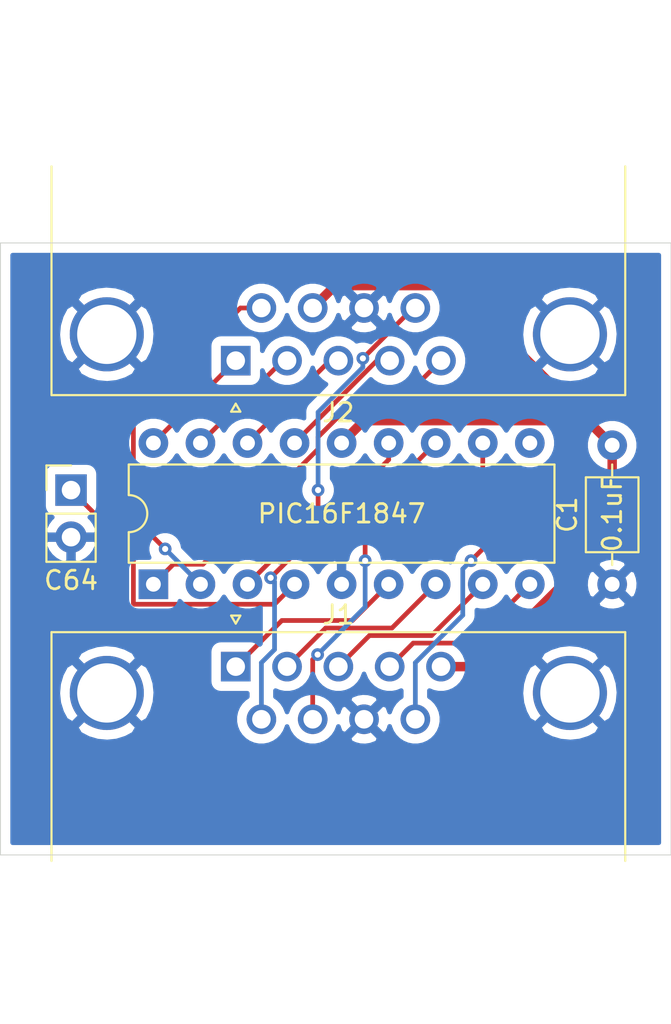
<source format=kicad_pcb>
(kicad_pcb (version 20171130) (host pcbnew "(5.1.9-0-10_14)")

  (general
    (thickness 1.6)
    (drawings 4)
    (tracks 78)
    (zones 0)
    (modules 5)
    (nets 19)
  )

  (page A4)
  (layers
    (0 F.Cu signal)
    (31 B.Cu signal)
    (36 B.SilkS user)
    (37 F.SilkS user)
    (38 B.Mask user)
    (39 F.Mask user)
    (41 Cmts.User user)
    (44 Edge.Cuts user)
    (45 Margin user)
    (46 B.CrtYd user)
    (47 F.CrtYd user)
    (49 F.Fab user)
  )

  (setup
    (last_trace_width 0.254)
    (user_trace_width 0.254)
    (user_trace_width 0.508)
    (trace_clearance 0.1524)
    (zone_clearance 0.508)
    (zone_45_only no)
    (trace_min 0.1524)
    (via_size 0.6858)
    (via_drill 0.3302)
    (via_min_size 0.508)
    (via_min_drill 0.254)
    (uvia_size 0.6858)
    (uvia_drill 0.3302)
    (uvias_allowed no)
    (uvia_min_size 0)
    (uvia_min_drill 0)
    (edge_width 0.05)
    (segment_width 0.2)
    (pcb_text_width 0.3)
    (pcb_text_size 1.5 1.5)
    (mod_edge_width 0.12)
    (mod_text_size 1 1)
    (mod_text_width 0.15)
    (pad_size 1.524 1.524)
    (pad_drill 0.762)
    (pad_to_mask_clearance 0.0508)
    (aux_axis_origin 0 0)
    (visible_elements FFFFFF7F)
    (pcbplotparams
      (layerselection 0x010fc_ffffffff)
      (usegerberextensions false)
      (usegerberattributes true)
      (usegerberadvancedattributes true)
      (creategerberjobfile true)
      (excludeedgelayer true)
      (linewidth 0.100000)
      (plotframeref false)
      (viasonmask false)
      (mode 1)
      (useauxorigin false)
      (hpglpennumber 1)
      (hpglpenspeed 20)
      (hpglpendiameter 15.000000)
      (psnegative false)
      (psa4output false)
      (plotreference true)
      (plotvalue true)
      (plotinvisibletext false)
      (padsonsilk false)
      (subtractmaskfromsilk false)
      (outputformat 1)
      (mirror false)
      (drillshape 1)
      (scaleselection 1)
      (outputdirectory ""))
  )

  (net 0 "")
  (net 1 "Net-(J1-Pad1)")
  (net 2 "Net-(J1-Pad2)")
  (net 3 "Net-(J1-Pad3)")
  (net 4 "Net-(J1-Pad4)")
  (net 5 "Net-(J1-Pad6)")
  (net 6 "Net-(J1-Pad7)")
  (net 7 "Net-(J1-Pad9)")
  (net 8 "Net-(J2-Pad1)")
  (net 9 "Net-(J2-Pad2)")
  (net 10 "Net-(J2-Pad3)")
  (net 11 "Net-(J2-Pad4)")
  (net 12 "Net-(J2-Pad5)")
  (net 13 "Net-(J2-Pad6)")
  (net 14 "Net-(J2-Pad9)")
  (net 15 "Net-(U1-Pad10)")
  (net 16 GND)
  (net 17 +5V)
  (net 18 "Net-(JP1-Pad1)")

  (net_class Default "This is the default net class."
    (clearance 0.1524)
    (trace_width 0.1524)
    (via_dia 0.6858)
    (via_drill 0.3302)
    (uvia_dia 0.6858)
    (uvia_drill 0.3302)
    (add_net +5V)
    (add_net GND)
    (add_net "Net-(J1-Pad1)")
    (add_net "Net-(J1-Pad2)")
    (add_net "Net-(J1-Pad3)")
    (add_net "Net-(J1-Pad4)")
    (add_net "Net-(J1-Pad6)")
    (add_net "Net-(J1-Pad7)")
    (add_net "Net-(J1-Pad9)")
    (add_net "Net-(J2-Pad1)")
    (add_net "Net-(J2-Pad2)")
    (add_net "Net-(J2-Pad3)")
    (add_net "Net-(J2-Pad4)")
    (add_net "Net-(J2-Pad5)")
    (add_net "Net-(J2-Pad6)")
    (add_net "Net-(J2-Pad9)")
    (add_net "Net-(JP1-Pad1)")
    (add_net "Net-(U1-Pad10)")
  )

  (module Connector_PinHeader_2.54mm:PinHeader_1x02_P2.54mm_Vertical (layer F.Cu) (tedit 59FED5CC) (tstamp 604FFCD7)
    (at 132.08 126.365)
    (descr "Through hole straight pin header, 1x02, 2.54mm pitch, single row")
    (tags "Through hole pin header THT 1x02 2.54mm single row")
    (path /60502D56)
    (fp_text reference JP1 (at 0 -2.33) (layer Cmts.User)
      (effects (font (size 1 1) (thickness 0.15)))
    )
    (fp_text value C64 (at 0 4.87) (layer F.SilkS)
      (effects (font (size 1 1) (thickness 0.15)))
    )
    (fp_text user %R (at 0 1.27 90) (layer F.Fab)
      (effects (font (size 1 1) (thickness 0.15)))
    )
    (fp_line (start -0.635 -1.27) (end 1.27 -1.27) (layer F.Fab) (width 0.1))
    (fp_line (start 1.27 -1.27) (end 1.27 3.81) (layer F.Fab) (width 0.1))
    (fp_line (start 1.27 3.81) (end -1.27 3.81) (layer F.Fab) (width 0.1))
    (fp_line (start -1.27 3.81) (end -1.27 -0.635) (layer F.Fab) (width 0.1))
    (fp_line (start -1.27 -0.635) (end -0.635 -1.27) (layer F.Fab) (width 0.1))
    (fp_line (start -1.33 3.87) (end 1.33 3.87) (layer F.SilkS) (width 0.12))
    (fp_line (start -1.33 1.27) (end -1.33 3.87) (layer F.SilkS) (width 0.12))
    (fp_line (start 1.33 1.27) (end 1.33 3.87) (layer F.SilkS) (width 0.12))
    (fp_line (start -1.33 1.27) (end 1.33 1.27) (layer F.SilkS) (width 0.12))
    (fp_line (start -1.33 0) (end -1.33 -1.33) (layer F.SilkS) (width 0.12))
    (fp_line (start -1.33 -1.33) (end 0 -1.33) (layer F.SilkS) (width 0.12))
    (fp_line (start -1.8 -1.8) (end -1.8 4.35) (layer F.CrtYd) (width 0.05))
    (fp_line (start -1.8 4.35) (end 1.8 4.35) (layer F.CrtYd) (width 0.05))
    (fp_line (start 1.8 4.35) (end 1.8 -1.8) (layer F.CrtYd) (width 0.05))
    (fp_line (start 1.8 -1.8) (end -1.8 -1.8) (layer F.CrtYd) (width 0.05))
    (pad 2 thru_hole oval (at 0 2.54) (size 1.7 1.7) (drill 1) (layers *.Cu *.Mask)
      (net 16 GND))
    (pad 1 thru_hole rect (at 0 0) (size 1.7 1.7) (drill 1) (layers *.Cu *.Mask)
      (net 18 "Net-(JP1-Pad1)"))
    (model ${KISYS3DMOD}/Connector_PinHeader_2.54mm.3dshapes/PinHeader_1x02_P2.54mm_Vertical.wrl
      (at (xyz 0 0 0))
      (scale (xyz 1 1 1))
      (rotate (xyz 0 0 0))
    )
  )

  (module Package_DIP:DIP-18_W7.62mm (layer F.Cu) (tedit 5A02E8C5) (tstamp 601EC46C)
    (at 136.525 131.445 90)
    (descr "18-lead though-hole mounted DIP package, row spacing 7.62 mm (300 mils)")
    (tags "THT DIP DIL PDIP 2.54mm 7.62mm 300mil")
    (path /601EB7C3)
    (fp_text reference U1 (at 3.81 -2.33 90) (layer Cmts.User)
      (effects (font (size 1 1) (thickness 0.15)))
    )
    (fp_text value PIC16F1847 (at 3.81 10.16 180) (layer F.SilkS)
      (effects (font (size 1 1) (thickness 0.15)))
    )
    (fp_line (start 8.7 -1.55) (end -1.1 -1.55) (layer F.CrtYd) (width 0.05))
    (fp_line (start 8.7 21.85) (end 8.7 -1.55) (layer F.CrtYd) (width 0.05))
    (fp_line (start -1.1 21.85) (end 8.7 21.85) (layer F.CrtYd) (width 0.05))
    (fp_line (start -1.1 -1.55) (end -1.1 21.85) (layer F.CrtYd) (width 0.05))
    (fp_line (start 6.46 -1.33) (end 4.81 -1.33) (layer F.SilkS) (width 0.12))
    (fp_line (start 6.46 21.65) (end 6.46 -1.33) (layer F.SilkS) (width 0.12))
    (fp_line (start 1.16 21.65) (end 6.46 21.65) (layer F.SilkS) (width 0.12))
    (fp_line (start 1.16 -1.33) (end 1.16 21.65) (layer F.SilkS) (width 0.12))
    (fp_line (start 2.81 -1.33) (end 1.16 -1.33) (layer F.SilkS) (width 0.12))
    (fp_line (start 0.635 -0.27) (end 1.635 -1.27) (layer F.Fab) (width 0.1))
    (fp_line (start 0.635 21.59) (end 0.635 -0.27) (layer F.Fab) (width 0.1))
    (fp_line (start 6.985 21.59) (end 0.635 21.59) (layer F.Fab) (width 0.1))
    (fp_line (start 6.985 -1.27) (end 6.985 21.59) (layer F.Fab) (width 0.1))
    (fp_line (start 1.635 -1.27) (end 6.985 -1.27) (layer F.Fab) (width 0.1))
    (fp_arc (start 3.81 -1.33) (end 2.81 -1.33) (angle -180) (layer F.SilkS) (width 0.12))
    (fp_text user %R (at 3.81 20.32 90) (layer F.Fab)
      (effects (font (size 1 1) (thickness 0.15)))
    )
    (pad 1 thru_hole rect (at 0 0 90) (size 1.6 1.6) (drill 0.8) (layers *.Cu *.Mask)
      (net 12 "Net-(J2-Pad5)"))
    (pad 10 thru_hole oval (at 7.62 20.32 90) (size 1.6 1.6) (drill 0.8) (layers *.Cu *.Mask)
      (net 15 "Net-(U1-Pad10)"))
    (pad 2 thru_hole oval (at 0 2.54 90) (size 1.6 1.6) (drill 0.8) (layers *.Cu *.Mask)
      (net 13 "Net-(J2-Pad6)"))
    (pad 11 thru_hole oval (at 7.62 17.78 90) (size 1.6 1.6) (drill 0.8) (layers *.Cu *.Mask)
      (net 7 "Net-(J1-Pad9)"))
    (pad 3 thru_hole oval (at 0 5.08 90) (size 1.6 1.6) (drill 0.8) (layers *.Cu *.Mask)
      (net 14 "Net-(J2-Pad9)"))
    (pad 12 thru_hole oval (at 7.62 15.24 90) (size 1.6 1.6) (drill 0.8) (layers *.Cu *.Mask)
      (net 6 "Net-(J1-Pad7)"))
    (pad 4 thru_hole oval (at 0 7.62 90) (size 1.6 1.6) (drill 0.8) (layers *.Cu *.Mask)
      (net 18 "Net-(JP1-Pad1)"))
    (pad 13 thru_hole oval (at 7.62 12.7 90) (size 1.6 1.6) (drill 0.8) (layers *.Cu *.Mask)
      (net 5 "Net-(J1-Pad6)"))
    (pad 5 thru_hole oval (at 0 10.16 90) (size 1.6 1.6) (drill 0.8) (layers *.Cu *.Mask)
      (net 16 GND))
    (pad 14 thru_hole oval (at 7.62 10.16 90) (size 1.6 1.6) (drill 0.8) (layers *.Cu *.Mask)
      (net 17 +5V))
    (pad 6 thru_hole oval (at 0 12.7 90) (size 1.6 1.6) (drill 0.8) (layers *.Cu *.Mask)
      (net 1 "Net-(J1-Pad1)"))
    (pad 15 thru_hole oval (at 7.62 7.62 90) (size 1.6 1.6) (drill 0.8) (layers *.Cu *.Mask)
      (net 11 "Net-(J2-Pad4)"))
    (pad 7 thru_hole oval (at 0 15.24 90) (size 1.6 1.6) (drill 0.8) (layers *.Cu *.Mask)
      (net 2 "Net-(J1-Pad2)"))
    (pad 16 thru_hole oval (at 7.62 5.08 90) (size 1.6 1.6) (drill 0.8) (layers *.Cu *.Mask)
      (net 10 "Net-(J2-Pad3)"))
    (pad 8 thru_hole oval (at 0 17.78 90) (size 1.6 1.6) (drill 0.8) (layers *.Cu *.Mask)
      (net 3 "Net-(J1-Pad3)"))
    (pad 17 thru_hole oval (at 7.62 2.54 90) (size 1.6 1.6) (drill 0.8) (layers *.Cu *.Mask)
      (net 9 "Net-(J2-Pad2)"))
    (pad 9 thru_hole oval (at 0 20.32 90) (size 1.6 1.6) (drill 0.8) (layers *.Cu *.Mask)
      (net 4 "Net-(J1-Pad4)"))
    (pad 18 thru_hole oval (at 7.62 0 90) (size 1.6 1.6) (drill 0.8) (layers *.Cu *.Mask)
      (net 8 "Net-(J2-Pad1)"))
    (model ${KISYS3DMOD}/Package_DIP.3dshapes/DIP-18_W7.62mm.wrl
      (at (xyz 0 0 0))
      (scale (xyz 1 1 1))
      (rotate (xyz 0 0 0))
    )
  )

  (module Connector_Dsub:DSUB-9_Female_Horizontal_P2.77x2.84mm_EdgePinOffset7.70mm_Housed_MountingHolesOffset9.12mm (layer F.Cu) (tedit 59FEDEE2) (tstamp 601EC40D)
    (at 140.97 119.38 180)
    (descr "9-pin D-Sub connector, horizontal/angled (90 deg), THT-mount, female, pitch 2.77x2.84mm, pin-PCB-offset 7.699999999999999mm, distance of mounting holes 25mm, distance of mounting holes to PCB edge 9.12mm, see https://disti-assets.s3.amazonaws.com/tonar/files/datasheets/16730.pdf")
    (tags "9-pin D-Sub connector horizontal angled 90deg THT female pitch 2.77x2.84mm pin-PCB-offset 7.699999999999999mm mounting-holes-distance 25mm mounting-hole-offset 25mm")
    (path /601EC4D9)
    (fp_text reference J2 (at -5.54 -2.8) (layer F.SilkS)
      (effects (font (size 1 1) (thickness 0.15)))
    )
    (fp_text value Atari (at -5.54 18.61) (layer F.Fab)
      (effects (font (size 1 1) (thickness 0.15)))
    )
    (fp_line (start 10.4 -2.35) (end -21.5 -2.35) (layer F.CrtYd) (width 0.05))
    (fp_line (start 10.4 17.65) (end 10.4 -2.35) (layer F.CrtYd) (width 0.05))
    (fp_line (start -21.5 17.65) (end 10.4 17.65) (layer F.CrtYd) (width 0.05))
    (fp_line (start -21.5 -2.35) (end -21.5 17.65) (layer F.CrtYd) (width 0.05))
    (fp_line (start 0 -2.321325) (end -0.25 -2.754338) (layer F.SilkS) (width 0.12))
    (fp_line (start 0.25 -2.754338) (end 0 -2.321325) (layer F.SilkS) (width 0.12))
    (fp_line (start -0.25 -2.754338) (end 0.25 -2.754338) (layer F.SilkS) (width 0.12))
    (fp_line (start 9.945 -1.86) (end 9.945 10.48) (layer F.SilkS) (width 0.12))
    (fp_line (start -21.025 -1.86) (end 9.945 -1.86) (layer F.SilkS) (width 0.12))
    (fp_line (start -21.025 10.48) (end -21.025 -1.86) (layer F.SilkS) (width 0.12))
    (fp_line (start 8.56 10.54) (end 8.56 1.42) (layer F.Fab) (width 0.1))
    (fp_line (start 5.36 10.54) (end 5.36 1.42) (layer F.Fab) (width 0.1))
    (fp_line (start -16.44 10.54) (end -16.44 1.42) (layer F.Fab) (width 0.1))
    (fp_line (start -19.64 10.54) (end -19.64 1.42) (layer F.Fab) (width 0.1))
    (fp_line (start 9.46 10.94) (end 4.46 10.94) (layer F.Fab) (width 0.1))
    (fp_line (start 9.46 15.94) (end 9.46 10.94) (layer F.Fab) (width 0.1))
    (fp_line (start 4.46 15.94) (end 9.46 15.94) (layer F.Fab) (width 0.1))
    (fp_line (start 4.46 10.94) (end 4.46 15.94) (layer F.Fab) (width 0.1))
    (fp_line (start -15.54 10.94) (end -20.54 10.94) (layer F.Fab) (width 0.1))
    (fp_line (start -15.54 15.94) (end -15.54 10.94) (layer F.Fab) (width 0.1))
    (fp_line (start -20.54 15.94) (end -15.54 15.94) (layer F.Fab) (width 0.1))
    (fp_line (start -20.54 10.94) (end -20.54 15.94) (layer F.Fab) (width 0.1))
    (fp_line (start 2.61 10.94) (end -13.69 10.94) (layer F.Fab) (width 0.1))
    (fp_line (start 2.61 17.11) (end 2.61 10.94) (layer F.Fab) (width 0.1))
    (fp_line (start -13.69 17.11) (end 2.61 17.11) (layer F.Fab) (width 0.1))
    (fp_line (start -13.69 10.94) (end -13.69 17.11) (layer F.Fab) (width 0.1))
    (fp_line (start 9.885 10.54) (end -20.965 10.54) (layer F.Fab) (width 0.1))
    (fp_line (start 9.885 10.94) (end 9.885 10.54) (layer F.Fab) (width 0.1))
    (fp_line (start -20.965 10.94) (end 9.885 10.94) (layer F.Fab) (width 0.1))
    (fp_line (start -20.965 10.54) (end -20.965 10.94) (layer F.Fab) (width 0.1))
    (fp_line (start 9.885 -1.8) (end -20.965 -1.8) (layer F.Fab) (width 0.1))
    (fp_line (start 9.885 10.54) (end 9.885 -1.8) (layer F.Fab) (width 0.1))
    (fp_line (start -20.965 10.54) (end 9.885 10.54) (layer F.Fab) (width 0.1))
    (fp_line (start -20.965 -1.8) (end -20.965 10.54) (layer F.Fab) (width 0.1))
    (fp_text user %R (at -5.54 14.025) (layer F.Fab)
      (effects (font (size 1 1) (thickness 0.15)))
    )
    (fp_arc (start 6.96 1.42) (end 5.36 1.42) (angle 180) (layer F.Fab) (width 0.1))
    (fp_arc (start -18.04 1.42) (end -19.64 1.42) (angle 180) (layer F.Fab) (width 0.1))
    (pad 0 thru_hole circle (at 6.96 1.42 180) (size 4 4) (drill 3.2) (layers *.Cu *.Mask)
      (net 16 GND))
    (pad 0 thru_hole circle (at -18.04 1.42 180) (size 4 4) (drill 3.2) (layers *.Cu *.Mask)
      (net 16 GND))
    (pad 9 thru_hole circle (at -9.695 2.84 180) (size 1.6 1.6) (drill 1) (layers *.Cu *.Mask)
      (net 14 "Net-(J2-Pad9)"))
    (pad 8 thru_hole circle (at -6.925 2.84 180) (size 1.6 1.6) (drill 1) (layers *.Cu *.Mask)
      (net 16 GND))
    (pad 7 thru_hole circle (at -4.155 2.84 180) (size 1.6 1.6) (drill 1) (layers *.Cu *.Mask)
      (net 17 +5V))
    (pad 6 thru_hole circle (at -1.385 2.84 180) (size 1.6 1.6) (drill 1) (layers *.Cu *.Mask)
      (net 13 "Net-(J2-Pad6)"))
    (pad 5 thru_hole circle (at -11.08 0 180) (size 1.6 1.6) (drill 1) (layers *.Cu *.Mask)
      (net 12 "Net-(J2-Pad5)"))
    (pad 4 thru_hole circle (at -8.31 0 180) (size 1.6 1.6) (drill 1) (layers *.Cu *.Mask)
      (net 11 "Net-(J2-Pad4)"))
    (pad 3 thru_hole circle (at -5.54 0 180) (size 1.6 1.6) (drill 1) (layers *.Cu *.Mask)
      (net 10 "Net-(J2-Pad3)"))
    (pad 2 thru_hole circle (at -2.77 0 180) (size 1.6 1.6) (drill 1) (layers *.Cu *.Mask)
      (net 9 "Net-(J2-Pad2)"))
    (pad 1 thru_hole rect (at 0 0 180) (size 1.6 1.6) (drill 1) (layers *.Cu *.Mask)
      (net 8 "Net-(J2-Pad1)"))
    (model ${KISYS3DMOD}/Connector_Dsub.3dshapes/DSUB-9_Female_Horizontal_P2.77x2.84mm_EdgePinOffset7.70mm_Housed_MountingHolesOffset9.12mm.wrl
      (at (xyz 0 0 0))
      (scale (xyz 1 1 1))
      (rotate (xyz 0 0 0))
    )
  )

  (module Connector_Dsub:DSUB-9_Male_Horizontal_P2.77x2.84mm_EdgePinOffset7.70mm_Housed_MountingHolesOffset9.12mm (layer F.Cu) (tedit 59FEDEE2) (tstamp 601EC3D9)
    (at 140.97 135.89)
    (descr "9-pin D-Sub connector, horizontal/angled (90 deg), THT-mount, male, pitch 2.77x2.84mm, pin-PCB-offset 7.699999999999999mm, distance of mounting holes 25mm, distance of mounting holes to PCB edge 9.12mm, see https://disti-assets.s3.amazonaws.com/tonar/files/datasheets/16730.pdf")
    (tags "9-pin D-Sub connector horizontal angled 90deg THT male pitch 2.77x2.84mm pin-PCB-offset 7.699999999999999mm mounting-holes-distance 25mm mounting-hole-offset 25mm")
    (path /601EDA30)
    (fp_text reference J1 (at 5.54 -2.8) (layer F.SilkS)
      (effects (font (size 1 1) (thickness 0.15)))
    )
    (fp_text value Sega (at 5.54 18.44) (layer F.Fab)
      (effects (font (size 1 1) (thickness 0.15)))
    )
    (fp_line (start 21.5 -2.35) (end -10.4 -2.35) (layer F.CrtYd) (width 0.05))
    (fp_line (start 21.5 17.45) (end 21.5 -2.35) (layer F.CrtYd) (width 0.05))
    (fp_line (start -10.4 17.45) (end 21.5 17.45) (layer F.CrtYd) (width 0.05))
    (fp_line (start -10.4 -2.35) (end -10.4 17.45) (layer F.CrtYd) (width 0.05))
    (fp_line (start 0 -2.321325) (end -0.25 -2.754338) (layer F.SilkS) (width 0.12))
    (fp_line (start 0.25 -2.754338) (end 0 -2.321325) (layer F.SilkS) (width 0.12))
    (fp_line (start -0.25 -2.754338) (end 0.25 -2.754338) (layer F.SilkS) (width 0.12))
    (fp_line (start 21.025 -1.86) (end 21.025 10.48) (layer F.SilkS) (width 0.12))
    (fp_line (start -9.945 -1.86) (end 21.025 -1.86) (layer F.SilkS) (width 0.12))
    (fp_line (start -9.945 10.48) (end -9.945 -1.86) (layer F.SilkS) (width 0.12))
    (fp_line (start 19.64 10.54) (end 19.64 1.42) (layer F.Fab) (width 0.1))
    (fp_line (start 16.44 10.54) (end 16.44 1.42) (layer F.Fab) (width 0.1))
    (fp_line (start -5.36 10.54) (end -5.36 1.42) (layer F.Fab) (width 0.1))
    (fp_line (start -8.56 10.54) (end -8.56 1.42) (layer F.Fab) (width 0.1))
    (fp_line (start 20.54 10.94) (end 15.54 10.94) (layer F.Fab) (width 0.1))
    (fp_line (start 20.54 15.94) (end 20.54 10.94) (layer F.Fab) (width 0.1))
    (fp_line (start 15.54 15.94) (end 20.54 15.94) (layer F.Fab) (width 0.1))
    (fp_line (start 15.54 10.94) (end 15.54 15.94) (layer F.Fab) (width 0.1))
    (fp_line (start -4.46 10.94) (end -9.46 10.94) (layer F.Fab) (width 0.1))
    (fp_line (start -4.46 15.94) (end -4.46 10.94) (layer F.Fab) (width 0.1))
    (fp_line (start -9.46 15.94) (end -4.46 15.94) (layer F.Fab) (width 0.1))
    (fp_line (start -9.46 10.94) (end -9.46 15.94) (layer F.Fab) (width 0.1))
    (fp_line (start 13.69 10.94) (end -2.61 10.94) (layer F.Fab) (width 0.1))
    (fp_line (start 13.69 16.94) (end 13.69 10.94) (layer F.Fab) (width 0.1))
    (fp_line (start -2.61 16.94) (end 13.69 16.94) (layer F.Fab) (width 0.1))
    (fp_line (start -2.61 10.94) (end -2.61 16.94) (layer F.Fab) (width 0.1))
    (fp_line (start 20.965 10.54) (end -9.885 10.54) (layer F.Fab) (width 0.1))
    (fp_line (start 20.965 10.94) (end 20.965 10.54) (layer F.Fab) (width 0.1))
    (fp_line (start -9.885 10.94) (end 20.965 10.94) (layer F.Fab) (width 0.1))
    (fp_line (start -9.885 10.54) (end -9.885 10.94) (layer F.Fab) (width 0.1))
    (fp_line (start 20.965 -1.8) (end -9.885 -1.8) (layer F.Fab) (width 0.1))
    (fp_line (start 20.965 10.54) (end 20.965 -1.8) (layer F.Fab) (width 0.1))
    (fp_line (start -9.885 10.54) (end 20.965 10.54) (layer F.Fab) (width 0.1))
    (fp_line (start -9.885 -1.8) (end -9.885 10.54) (layer F.Fab) (width 0.1))
    (fp_text user %R (at 5.54 13.94) (layer F.Fab)
      (effects (font (size 1 1) (thickness 0.15)))
    )
    (fp_arc (start 18.04 1.42) (end 16.44 1.42) (angle 180) (layer F.Fab) (width 0.1))
    (fp_arc (start -6.96 1.42) (end -8.56 1.42) (angle 180) (layer F.Fab) (width 0.1))
    (pad 0 thru_hole circle (at 18.04 1.42) (size 4 4) (drill 3.2) (layers *.Cu *.Mask)
      (net 16 GND))
    (pad 0 thru_hole circle (at -6.96 1.42) (size 4 4) (drill 3.2) (layers *.Cu *.Mask)
      (net 16 GND))
    (pad 9 thru_hole circle (at 9.695 2.84) (size 1.6 1.6) (drill 1) (layers *.Cu *.Mask)
      (net 7 "Net-(J1-Pad9)"))
    (pad 8 thru_hole circle (at 6.925 2.84) (size 1.6 1.6) (drill 1) (layers *.Cu *.Mask)
      (net 16 GND))
    (pad 7 thru_hole circle (at 4.155 2.84) (size 1.6 1.6) (drill 1) (layers *.Cu *.Mask)
      (net 6 "Net-(J1-Pad7)"))
    (pad 6 thru_hole circle (at 1.385 2.84) (size 1.6 1.6) (drill 1) (layers *.Cu *.Mask)
      (net 5 "Net-(J1-Pad6)"))
    (pad 5 thru_hole circle (at 11.08 0) (size 1.6 1.6) (drill 1) (layers *.Cu *.Mask)
      (net 17 +5V))
    (pad 4 thru_hole circle (at 8.31 0) (size 1.6 1.6) (drill 1) (layers *.Cu *.Mask)
      (net 4 "Net-(J1-Pad4)"))
    (pad 3 thru_hole circle (at 5.54 0) (size 1.6 1.6) (drill 1) (layers *.Cu *.Mask)
      (net 3 "Net-(J1-Pad3)"))
    (pad 2 thru_hole circle (at 2.77 0) (size 1.6 1.6) (drill 1) (layers *.Cu *.Mask)
      (net 2 "Net-(J1-Pad2)"))
    (pad 1 thru_hole rect (at 0 0) (size 1.6 1.6) (drill 1) (layers *.Cu *.Mask)
      (net 1 "Net-(J1-Pad1)"))
    (model ${KISYS3DMOD}/Connector_Dsub.3dshapes/DSUB-9_Male_Horizontal_P2.77x2.84mm_EdgePinOffset7.70mm_Housed_MountingHolesOffset9.12mm.wrl
      (at (xyz 0 0 0))
      (scale (xyz 1 1 1))
      (rotate (xyz 0 0 0))
    )
  )

  (module Capacitor_THT:C_Axial_L3.8mm_D2.6mm_P7.50mm_Horizontal (layer F.Cu) (tedit 5AE50EF0) (tstamp 601ECBE7)
    (at 161.29 131.445 90)
    (descr "C, Axial series, Axial, Horizontal, pin pitch=7.5mm, , length*diameter=3.8*2.6mm^2, http://www.vishay.com/docs/45231/arseries.pdf")
    (tags "C Axial series Axial Horizontal pin pitch 7.5mm  length 3.8mm diameter 2.6mm")
    (path /601532C7)
    (fp_text reference C1 (at 3.75 -2.42 90) (layer F.SilkS)
      (effects (font (size 1 1) (thickness 0.15)))
    )
    (fp_text value 0.1uF (at 3.81 0 90) (layer F.SilkS)
      (effects (font (size 1 1) (thickness 0.15)))
    )
    (fp_line (start 8.55 -1.55) (end -1.05 -1.55) (layer F.CrtYd) (width 0.05))
    (fp_line (start 8.55 1.55) (end 8.55 -1.55) (layer F.CrtYd) (width 0.05))
    (fp_line (start -1.05 1.55) (end 8.55 1.55) (layer F.CrtYd) (width 0.05))
    (fp_line (start -1.05 -1.55) (end -1.05 1.55) (layer F.CrtYd) (width 0.05))
    (fp_line (start 6.46 0) (end 5.77 0) (layer F.SilkS) (width 0.12))
    (fp_line (start 1.04 0) (end 1.73 0) (layer F.SilkS) (width 0.12))
    (fp_line (start 5.77 -1.42) (end 1.73 -1.42) (layer F.SilkS) (width 0.12))
    (fp_line (start 5.77 1.42) (end 5.77 -1.42) (layer F.SilkS) (width 0.12))
    (fp_line (start 1.73 1.42) (end 5.77 1.42) (layer F.SilkS) (width 0.12))
    (fp_line (start 1.73 -1.42) (end 1.73 1.42) (layer F.SilkS) (width 0.12))
    (fp_line (start 7.5 0) (end 5.65 0) (layer F.Fab) (width 0.1))
    (fp_line (start 0 0) (end 1.85 0) (layer F.Fab) (width 0.1))
    (fp_line (start 5.65 -1.3) (end 1.85 -1.3) (layer F.Fab) (width 0.1))
    (fp_line (start 5.65 1.3) (end 5.65 -1.3) (layer F.Fab) (width 0.1))
    (fp_line (start 1.85 1.3) (end 5.65 1.3) (layer F.Fab) (width 0.1))
    (fp_line (start 1.85 -1.3) (end 1.85 1.3) (layer F.Fab) (width 0.1))
    (fp_text user %R (at 3.75 0) (layer F.Fab)
      (effects (font (size 0.76 0.76) (thickness 0.114)))
    )
    (pad 1 thru_hole circle (at 0 0 90) (size 1.6 1.6) (drill 0.8) (layers *.Cu *.Mask)
      (net 16 GND))
    (pad 2 thru_hole oval (at 7.5 0 90) (size 1.6 1.6) (drill 0.8) (layers *.Cu *.Mask)
      (net 17 +5V))
    (model ${KISYS3DMOD}/Capacitor_THT.3dshapes/C_Axial_L3.8mm_D2.6mm_P7.50mm_Horizontal.wrl
      (at (xyz 0 0 0))
      (scale (xyz 1 1 1))
      (rotate (xyz 0 0 0))
    )
  )

  (gr_line (start 164.465 146.05) (end 164.465 113.03) (layer Edge.Cuts) (width 0.05) (tstamp 6050039A))
  (gr_line (start 128.27 113.03) (end 128.27 146.05) (layer Edge.Cuts) (width 0.05) (tstamp 60500399))
  (gr_line (start 128.27 113.03) (end 164.465 113.03) (layer Edge.Cuts) (width 0.05))
  (gr_line (start 164.465 146.05) (end 128.27 146.05) (layer Edge.Cuts) (width 0.05) (tstamp 604E063F))

  (segment (start 147.26923 133.40077) (end 149.225 131.445) (width 0.254) (layer F.Cu) (net 1))
  (segment (start 143.45923 133.40077) (end 147.26923 133.40077) (width 0.254) (layer F.Cu) (net 1))
  (segment (start 140.97 135.89) (end 143.45923 133.40077) (width 0.254) (layer F.Cu) (net 1))
  (segment (start 149.40282 133.80718) (end 151.765 131.445) (width 0.254) (layer F.Cu) (net 2))
  (segment (start 145.82282 133.80718) (end 149.40282 133.80718) (width 0.254) (layer F.Cu) (net 2))
  (segment (start 143.74 135.89) (end 145.82282 133.80718) (width 0.254) (layer F.Cu) (net 2))
  (segment (start 151.53641 134.21359) (end 154.305 131.445) (width 0.254) (layer F.Cu) (net 3))
  (segment (start 148.18641 134.21359) (end 151.53641 134.21359) (width 0.254) (layer F.Cu) (net 3))
  (segment (start 146.51 135.89) (end 148.18641 134.21359) (width 0.254) (layer F.Cu) (net 3))
  (segment (start 149.28 135.89) (end 150.55 134.62) (width 0.254) (layer F.Cu) (net 4))
  (segment (start 153.67 134.62) (end 156.845 131.445) (width 0.254) (layer F.Cu) (net 4))
  (segment (start 150.55 134.62) (end 153.67 134.62) (width 0.254) (layer F.Cu) (net 4))
  (segment (start 142.355 135.677486) (end 143.065599 134.966887) (width 0.254) (layer B.Cu) (net 5))
  (segment (start 142.355 138.73) (end 142.355 135.677486) (width 0.254) (layer B.Cu) (net 5))
  (via (at 142.852575 131.096624) (size 0.6858) (drill 0.3302) (layers F.Cu B.Cu) (net 5))
  (segment (start 143.065599 131.309648) (end 142.852575 131.096624) (width 0.254) (layer B.Cu) (net 5))
  (segment (start 143.065599 134.966887) (end 143.065599 131.309648) (width 0.254) (layer B.Cu) (net 5))
  (segment (start 149.225 124.724199) (end 149.225 123.825) (width 0.254) (layer F.Cu) (net 5))
  (segment (start 142.852575 131.096624) (end 149.225 124.724199) (width 0.254) (layer F.Cu) (net 5))
  (segment (start 145.125 135.50468) (end 145.389479 135.240201) (width 0.254) (layer F.Cu) (net 6))
  (via (at 145.389479 135.240201) (size 0.6858) (drill 0.3302) (layers F.Cu B.Cu) (net 6))
  (segment (start 145.125 138.73) (end 145.125 135.50468) (width 0.254) (layer F.Cu) (net 6))
  (segment (start 147.955 132.67468) (end 147.955 130.175) (width 0.254) (layer B.Cu) (net 6))
  (via (at 147.955 130.175) (size 0.6858) (drill 0.3302) (layers F.Cu B.Cu) (net 6))
  (segment (start 145.389479 135.240201) (end 147.955 132.67468) (width 0.254) (layer B.Cu) (net 6))
  (segment (start 147.955 127.635) (end 151.765 123.825) (width 0.254) (layer F.Cu) (net 6))
  (segment (start 147.955 130.175) (end 147.955 127.635) (width 0.254) (layer F.Cu) (net 6))
  (segment (start 150.665 135.677486) (end 153.225599 133.116887) (width 0.254) (layer B.Cu) (net 7))
  (segment (start 150.665 138.73) (end 150.665 135.677486) (width 0.254) (layer B.Cu) (net 7))
  (segment (start 153.225599 133.116887) (end 153.225599 130.619401) (width 0.254) (layer B.Cu) (net 7))
  (via (at 153.67 130.175) (size 0.6858) (drill 0.3302) (layers F.Cu B.Cu) (net 7))
  (segment (start 153.225599 130.619401) (end 153.67 130.175) (width 0.254) (layer B.Cu) (net 7))
  (segment (start 154.305 129.54) (end 154.305 123.825) (width 0.254) (layer F.Cu) (net 7))
  (segment (start 153.67 130.175) (end 154.305 129.54) (width 0.254) (layer F.Cu) (net 7))
  (segment (start 140.97 119.38) (end 136.525 123.825) (width 0.254) (layer F.Cu) (net 8))
  (segment (start 143.51 119.38) (end 143.74 119.38) (width 0.254) (layer F.Cu) (net 9))
  (segment (start 139.065 123.825) (end 143.51 119.38) (width 0.254) (layer F.Cu) (net 9))
  (segment (start 146.05 119.38) (end 146.51 119.38) (width 0.254) (layer F.Cu) (net 10))
  (segment (start 141.605 123.825) (end 146.05 119.38) (width 0.254) (layer F.Cu) (net 10))
  (segment (start 148.59 119.38) (end 149.28 119.38) (width 0.254) (layer F.Cu) (net 11))
  (segment (start 144.145 123.825) (end 148.59 119.38) (width 0.254) (layer F.Cu) (net 11))
  (segment (start 139.201915 130.365599) (end 137.604401 130.365599) (width 0.254) (layer F.Cu) (net 12))
  (segment (start 145.415 124.152514) (end 139.201915 130.365599) (width 0.254) (layer F.Cu) (net 12))
  (segment (start 137.604401 130.365599) (end 136.525 131.445) (width 0.254) (layer F.Cu) (net 12))
  (segment (start 145.415 123.497486) (end 145.415 124.152514) (width 0.254) (layer F.Cu) (net 12))
  (segment (start 146.827297 122.085189) (end 145.415 123.497486) (width 0.254) (layer F.Cu) (net 12))
  (segment (start 149.344811 122.085189) (end 146.827297 122.085189) (width 0.254) (layer F.Cu) (net 12))
  (segment (start 152.05 119.38) (end 149.344811 122.085189) (width 0.254) (layer F.Cu) (net 12))
  (segment (start 137.795 130.175) (end 139.065 131.445) (width 0.254) (layer B.Cu) (net 13))
  (via (at 137.16 129.54) (size 0.6858) (drill 0.3302) (layers F.Cu B.Cu) (net 13))
  (segment (start 137.795 130.175) (end 137.16 129.54) (width 0.254) (layer B.Cu) (net 13))
  (segment (start 135.445599 127.825599) (end 135.445599 122.318031) (width 0.254) (layer F.Cu) (net 13))
  (segment (start 141.22363 116.54) (end 142.355 116.54) (width 0.254) (layer F.Cu) (net 13))
  (segment (start 135.445599 122.318031) (end 141.22363 116.54) (width 0.254) (layer F.Cu) (net 13))
  (segment (start 137.16 129.54) (end 135.445599 127.825599) (width 0.254) (layer F.Cu) (net 13))
  (via (at 147.832467 119.257467) (size 0.6858) (drill 0.3302) (layers F.Cu B.Cu) (net 14))
  (segment (start 150.549934 116.54) (end 147.832467 119.257467) (width 0.254) (layer F.Cu) (net 14))
  (segment (start 150.665 116.54) (end 150.549934 116.54) (width 0.254) (layer F.Cu) (net 14))
  (via (at 145.415 126.365) (size 0.6858) (drill 0.3302) (layers F.Cu B.Cu) (net 14))
  (segment (start 145.415 122.159867) (end 145.415 126.365) (width 0.254) (layer B.Cu) (net 14))
  (segment (start 147.832467 119.7424) (end 145.415 122.159867) (width 0.254) (layer B.Cu) (net 14))
  (segment (start 147.832467 119.257467) (end 147.832467 119.7424) (width 0.254) (layer B.Cu) (net 14))
  (segment (start 145.415 127.635) (end 141.605 131.445) (width 0.254) (layer F.Cu) (net 14))
  (segment (start 145.415 126.365) (end 145.415 127.635) (width 0.254) (layer F.Cu) (net 14))
  (segment (start 161.29 128.785474) (end 161.29 123.945) (width 0.508) (layer F.Cu) (net 17))
  (segment (start 154.185474 135.89) (end 161.29 128.785474) (width 0.508) (layer F.Cu) (net 17))
  (segment (start 152.05 135.89) (end 154.185474 135.89) (width 0.508) (layer F.Cu) (net 17))
  (segment (start 147.891401 122.618599) (end 146.685 123.825) (width 0.508) (layer F.Cu) (net 17))
  (segment (start 159.963599 122.618599) (end 147.891401 122.618599) (width 0.508) (layer F.Cu) (net 17))
  (segment (start 161.29 123.945) (end 159.963599 122.618599) (width 0.508) (layer F.Cu) (net 17))
  (segment (start 152.678599 115.333599) (end 161.29 123.945) (width 0.508) (layer F.Cu) (net 17))
  (segment (start 146.331401 115.333599) (end 152.678599 115.333599) (width 0.508) (layer F.Cu) (net 17))
  (segment (start 145.125 116.54) (end 146.331401 115.333599) (width 0.508) (layer F.Cu) (net 17))
  (segment (start 143.065599 132.524401) (end 144.145 131.445) (width 0.254) (layer F.Cu) (net 18))
  (segment (start 135.445599 129.730599) (end 135.445599 132.468521) (width 0.254) (layer F.Cu) (net 18))
  (segment (start 135.501479 132.524401) (end 143.065599 132.524401) (width 0.254) (layer F.Cu) (net 18))
  (segment (start 135.445599 132.468521) (end 135.501479 132.524401) (width 0.254) (layer F.Cu) (net 18))
  (segment (start 132.08 126.365) (end 135.445599 129.730599) (width 0.254) (layer F.Cu) (net 18))

  (zone (net 16) (net_name GND) (layer B.Cu) (tstamp 60500408) (hatch edge 0.508)
    (connect_pads (clearance 0.508))
    (min_thickness 0.254)
    (fill yes (arc_segments 32) (thermal_gap 0.508) (thermal_bridge_width 0.508))
    (polygon
      (pts
        (xy 164.465 146.05) (xy 128.27 146.05) (xy 128.27 113.03) (xy 164.465 113.03)
      )
    )
    (filled_polygon
      (pts
        (xy 163.805 145.39) (xy 128.93 145.39) (xy 128.93 139.157499) (xy 132.342106 139.157499) (xy 132.558228 139.524258)
        (xy 133.018105 139.764938) (xy 133.516098 139.911275) (xy 134.033071 139.957648) (xy 134.549159 139.902273) (xy 135.044526 139.747279)
        (xy 135.461772 139.524258) (xy 135.677894 139.157499) (xy 134.01 137.489605) (xy 132.342106 139.157499) (xy 128.93 139.157499)
        (xy 128.93 137.333071) (xy 131.362352 137.333071) (xy 131.417727 137.849159) (xy 131.572721 138.344526) (xy 131.795742 138.761772)
        (xy 132.162501 138.977894) (xy 133.830395 137.31) (xy 134.189605 137.31) (xy 135.857499 138.977894) (xy 136.224258 138.761772)
        (xy 136.464938 138.301895) (xy 136.611275 137.803902) (xy 136.657648 137.286929) (xy 136.602273 136.770841) (xy 136.447279 136.275474)
        (xy 136.224258 135.858228) (xy 135.857499 135.642106) (xy 134.189605 137.31) (xy 133.830395 137.31) (xy 132.162501 135.642106)
        (xy 131.795742 135.858228) (xy 131.555062 136.318105) (xy 131.408725 136.816098) (xy 131.362352 137.333071) (xy 128.93 137.333071)
        (xy 128.93 135.462501) (xy 132.342106 135.462501) (xy 134.01 137.130395) (xy 135.677894 135.462501) (xy 135.461772 135.095742)
        (xy 135.001895 134.855062) (xy 134.503902 134.708725) (xy 133.986929 134.662352) (xy 133.470841 134.717727) (xy 132.975474 134.872721)
        (xy 132.558228 135.095742) (xy 132.342106 135.462501) (xy 128.93 135.462501) (xy 128.93 130.645) (xy 135.086928 130.645)
        (xy 135.086928 132.245) (xy 135.099188 132.369482) (xy 135.135498 132.48918) (xy 135.194463 132.599494) (xy 135.273815 132.696185)
        (xy 135.370506 132.775537) (xy 135.48082 132.834502) (xy 135.600518 132.870812) (xy 135.725 132.883072) (xy 137.325 132.883072)
        (xy 137.449482 132.870812) (xy 137.56918 132.834502) (xy 137.679494 132.775537) (xy 137.776185 132.696185) (xy 137.855537 132.599494)
        (xy 137.914502 132.48918) (xy 137.950812 132.369482) (xy 137.951643 132.361039) (xy 138.150241 132.559637) (xy 138.385273 132.71668)
        (xy 138.646426 132.824853) (xy 138.923665 132.88) (xy 139.206335 132.88) (xy 139.483574 132.824853) (xy 139.744727 132.71668)
        (xy 139.979759 132.559637) (xy 140.179637 132.359759) (xy 140.335 132.127241) (xy 140.490363 132.359759) (xy 140.690241 132.559637)
        (xy 140.925273 132.71668) (xy 141.186426 132.824853) (xy 141.463665 132.88) (xy 141.746335 132.88) (xy 142.023574 132.824853)
        (xy 142.284727 132.71668) (xy 142.3036 132.70407) (xy 142.303599 134.651256) (xy 142.263941 134.690914) (xy 142.221185 134.638815)
        (xy 142.124494 134.559463) (xy 142.01418 134.500498) (xy 141.894482 134.464188) (xy 141.77 134.451928) (xy 140.17 134.451928)
        (xy 140.045518 134.464188) (xy 139.92582 134.500498) (xy 139.815506 134.559463) (xy 139.718815 134.638815) (xy 139.639463 134.735506)
        (xy 139.580498 134.84582) (xy 139.544188 134.965518) (xy 139.531928 135.09) (xy 139.531928 136.69) (xy 139.544188 136.814482)
        (xy 139.580498 136.93418) (xy 139.639463 137.044494) (xy 139.718815 137.141185) (xy 139.815506 137.220537) (xy 139.92582 137.279502)
        (xy 140.045518 137.315812) (xy 140.17 137.328072) (xy 141.593 137.328072) (xy 141.593 137.513293) (xy 141.440241 137.615363)
        (xy 141.240363 137.815241) (xy 141.08332 138.050273) (xy 140.975147 138.311426) (xy 140.92 138.588665) (xy 140.92 138.871335)
        (xy 140.975147 139.148574) (xy 141.08332 139.409727) (xy 141.240363 139.644759) (xy 141.440241 139.844637) (xy 141.675273 140.00168)
        (xy 141.936426 140.109853) (xy 142.213665 140.165) (xy 142.496335 140.165) (xy 142.773574 140.109853) (xy 143.034727 140.00168)
        (xy 143.269759 139.844637) (xy 143.469637 139.644759) (xy 143.62668 139.409727) (xy 143.734853 139.148574) (xy 143.74 139.122699)
        (xy 143.745147 139.148574) (xy 143.85332 139.409727) (xy 144.010363 139.644759) (xy 144.210241 139.844637) (xy 144.445273 140.00168)
        (xy 144.706426 140.109853) (xy 144.983665 140.165) (xy 145.266335 140.165) (xy 145.543574 140.109853) (xy 145.804727 140.00168)
        (xy 146.039759 139.844637) (xy 146.161694 139.722702) (xy 147.081903 139.722702) (xy 147.153486 139.966671) (xy 147.408996 140.087571)
        (xy 147.683184 140.1563) (xy 147.965512 140.170217) (xy 148.24513 140.128787) (xy 148.511292 140.033603) (xy 148.636514 139.966671)
        (xy 148.708097 139.722702) (xy 147.895 138.909605) (xy 147.081903 139.722702) (xy 146.161694 139.722702) (xy 146.239637 139.644759)
        (xy 146.39668 139.409727) (xy 146.504853 139.148574) (xy 146.510513 139.120118) (xy 146.591397 139.346292) (xy 146.658329 139.471514)
        (xy 146.902298 139.543097) (xy 147.715395 138.73) (xy 146.902298 137.916903) (xy 146.658329 137.988486) (xy 146.537429 138.243996)
        (xy 146.511788 138.346289) (xy 146.504853 138.311426) (xy 146.39668 138.050273) (xy 146.239637 137.815241) (xy 146.161694 137.737298)
        (xy 147.081903 137.737298) (xy 147.895 138.550395) (xy 148.708097 137.737298) (xy 148.636514 137.493329) (xy 148.381004 137.372429)
        (xy 148.106816 137.3037) (xy 147.824488 137.289783) (xy 147.54487 137.331213) (xy 147.278708 137.426397) (xy 147.153486 137.493329)
        (xy 147.081903 137.737298) (xy 146.161694 137.737298) (xy 146.039759 137.615363) (xy 145.804727 137.45832) (xy 145.543574 137.350147)
        (xy 145.266335 137.295) (xy 144.983665 137.295) (xy 144.706426 137.350147) (xy 144.445273 137.45832) (xy 144.210241 137.615363)
        (xy 144.010363 137.815241) (xy 143.85332 138.050273) (xy 143.745147 138.311426) (xy 143.74 138.337301) (xy 143.734853 138.311426)
        (xy 143.62668 138.050273) (xy 143.469637 137.815241) (xy 143.269759 137.615363) (xy 143.117 137.513293) (xy 143.117 137.185177)
        (xy 143.321426 137.269853) (xy 143.598665 137.325) (xy 143.881335 137.325) (xy 144.158574 137.269853) (xy 144.419727 137.16168)
        (xy 144.654759 137.004637) (xy 144.854637 136.804759) (xy 145.01168 136.569727) (xy 145.119853 136.308574) (xy 145.125 136.282699)
        (xy 145.130147 136.308574) (xy 145.23832 136.569727) (xy 145.395363 136.804759) (xy 145.595241 137.004637) (xy 145.830273 137.16168)
        (xy 146.091426 137.269853) (xy 146.368665 137.325) (xy 146.651335 137.325) (xy 146.928574 137.269853) (xy 147.189727 137.16168)
        (xy 147.424759 137.004637) (xy 147.624637 136.804759) (xy 147.78168 136.569727) (xy 147.889853 136.308574) (xy 147.895 136.282699)
        (xy 147.900147 136.308574) (xy 148.00832 136.569727) (xy 148.165363 136.804759) (xy 148.365241 137.004637) (xy 148.600273 137.16168)
        (xy 148.861426 137.269853) (xy 149.138665 137.325) (xy 149.421335 137.325) (xy 149.698574 137.269853) (xy 149.903001 137.185177)
        (xy 149.903 137.513293) (xy 149.750241 137.615363) (xy 149.550363 137.815241) (xy 149.39332 138.050273) (xy 149.285147 138.311426)
        (xy 149.279487 138.339882) (xy 149.198603 138.113708) (xy 149.131671 137.988486) (xy 148.887702 137.916903) (xy 148.074605 138.73)
        (xy 148.887702 139.543097) (xy 149.131671 139.471514) (xy 149.252571 139.216004) (xy 149.278212 139.113711) (xy 149.285147 139.148574)
        (xy 149.39332 139.409727) (xy 149.550363 139.644759) (xy 149.750241 139.844637) (xy 149.985273 140.00168) (xy 150.246426 140.109853)
        (xy 150.523665 140.165) (xy 150.806335 140.165) (xy 151.083574 140.109853) (xy 151.344727 140.00168) (xy 151.579759 139.844637)
        (xy 151.779637 139.644759) (xy 151.93668 139.409727) (xy 152.041156 139.157499) (xy 157.342106 139.157499) (xy 157.558228 139.524258)
        (xy 158.018105 139.764938) (xy 158.516098 139.911275) (xy 159.033071 139.957648) (xy 159.549159 139.902273) (xy 160.044526 139.747279)
        (xy 160.461772 139.524258) (xy 160.677894 139.157499) (xy 159.01 137.489605) (xy 157.342106 139.157499) (xy 152.041156 139.157499)
        (xy 152.044853 139.148574) (xy 152.1 138.871335) (xy 152.1 138.588665) (xy 152.044853 138.311426) (xy 151.93668 138.050273)
        (xy 151.779637 137.815241) (xy 151.579759 137.615363) (xy 151.427 137.513293) (xy 151.427 137.333071) (xy 156.362352 137.333071)
        (xy 156.417727 137.849159) (xy 156.572721 138.344526) (xy 156.795742 138.761772) (xy 157.162501 138.977894) (xy 158.830395 137.31)
        (xy 159.189605 137.31) (xy 160.857499 138.977894) (xy 161.224258 138.761772) (xy 161.464938 138.301895) (xy 161.611275 137.803902)
        (xy 161.657648 137.286929) (xy 161.602273 136.770841) (xy 161.447279 136.275474) (xy 161.224258 135.858228) (xy 160.857499 135.642106)
        (xy 159.189605 137.31) (xy 158.830395 137.31) (xy 157.162501 135.642106) (xy 156.795742 135.858228) (xy 156.555062 136.318105)
        (xy 156.408725 136.816098) (xy 156.362352 137.333071) (xy 151.427 137.333071) (xy 151.427 137.185177) (xy 151.631426 137.269853)
        (xy 151.908665 137.325) (xy 152.191335 137.325) (xy 152.468574 137.269853) (xy 152.729727 137.16168) (xy 152.964759 137.004637)
        (xy 153.164637 136.804759) (xy 153.32168 136.569727) (xy 153.429853 136.308574) (xy 153.485 136.031335) (xy 153.485 135.748665)
        (xy 153.429853 135.471426) (xy 153.426157 135.462501) (xy 157.342106 135.462501) (xy 159.01 137.130395) (xy 160.677894 135.462501)
        (xy 160.461772 135.095742) (xy 160.001895 134.855062) (xy 159.503902 134.708725) (xy 158.986929 134.662352) (xy 158.470841 134.717727)
        (xy 157.975474 134.872721) (xy 157.558228 135.095742) (xy 157.342106 135.462501) (xy 153.426157 135.462501) (xy 153.32168 135.210273)
        (xy 153.164637 134.975241) (xy 152.964759 134.775363) (xy 152.77293 134.647187) (xy 153.737952 133.682165) (xy 153.767021 133.658309)
        (xy 153.794371 133.624983) (xy 153.862244 133.54228) (xy 153.900064 133.471523) (xy 153.933001 133.409902) (xy 153.976573 133.266265)
        (xy 153.987599 133.154313) (xy 153.987599 133.15431) (xy 153.991285 133.116887) (xy 153.987599 133.079464) (xy 153.987599 132.844978)
        (xy 154.163665 132.88) (xy 154.446335 132.88) (xy 154.723574 132.824853) (xy 154.984727 132.71668) (xy 155.219759 132.559637)
        (xy 155.419637 132.359759) (xy 155.575 132.127241) (xy 155.730363 132.359759) (xy 155.930241 132.559637) (xy 156.165273 132.71668)
        (xy 156.426426 132.824853) (xy 156.703665 132.88) (xy 156.986335 132.88) (xy 157.263574 132.824853) (xy 157.524727 132.71668)
        (xy 157.759759 132.559637) (xy 157.881694 132.437702) (xy 160.476903 132.437702) (xy 160.548486 132.681671) (xy 160.803996 132.802571)
        (xy 161.078184 132.8713) (xy 161.360512 132.885217) (xy 161.64013 132.843787) (xy 161.906292 132.748603) (xy 162.031514 132.681671)
        (xy 162.103097 132.437702) (xy 161.29 131.624605) (xy 160.476903 132.437702) (xy 157.881694 132.437702) (xy 157.959637 132.359759)
        (xy 158.11668 132.124727) (xy 158.224853 131.863574) (xy 158.28 131.586335) (xy 158.28 131.515512) (xy 159.849783 131.515512)
        (xy 159.891213 131.79513) (xy 159.986397 132.061292) (xy 160.053329 132.186514) (xy 160.297298 132.258097) (xy 161.110395 131.445)
        (xy 161.469605 131.445) (xy 162.282702 132.258097) (xy 162.526671 132.186514) (xy 162.647571 131.931004) (xy 162.7163 131.656816)
        (xy 162.730217 131.374488) (xy 162.688787 131.09487) (xy 162.593603 130.828708) (xy 162.526671 130.703486) (xy 162.282702 130.631903)
        (xy 161.469605 131.445) (xy 161.110395 131.445) (xy 160.297298 130.631903) (xy 160.053329 130.703486) (xy 159.932429 130.958996)
        (xy 159.8637 131.233184) (xy 159.849783 131.515512) (xy 158.28 131.515512) (xy 158.28 131.303665) (xy 158.224853 131.026426)
        (xy 158.11668 130.765273) (xy 157.959637 130.530241) (xy 157.881694 130.452298) (xy 160.476903 130.452298) (xy 161.29 131.265395)
        (xy 162.103097 130.452298) (xy 162.031514 130.208329) (xy 161.776004 130.087429) (xy 161.501816 130.0187) (xy 161.219488 130.004783)
        (xy 160.93987 130.046213) (xy 160.673708 130.141397) (xy 160.548486 130.208329) (xy 160.476903 130.452298) (xy 157.881694 130.452298)
        (xy 157.759759 130.330363) (xy 157.524727 130.17332) (xy 157.263574 130.065147) (xy 156.986335 130.01) (xy 156.703665 130.01)
        (xy 156.426426 130.065147) (xy 156.165273 130.17332) (xy 155.930241 130.330363) (xy 155.730363 130.530241) (xy 155.575 130.762759)
        (xy 155.419637 130.530241) (xy 155.219759 130.330363) (xy 154.984727 130.17332) (xy 154.723574 130.065147) (xy 154.641979 130.048916)
        (xy 154.61032 129.889757) (xy 154.536604 129.71179) (xy 154.429585 129.551625) (xy 154.293375 129.415415) (xy 154.13321 129.308396)
        (xy 153.955243 129.23468) (xy 153.766315 129.1971) (xy 153.573685 129.1971) (xy 153.384757 129.23468) (xy 153.20679 129.308396)
        (xy 153.046625 129.415415) (xy 152.910415 129.551625) (xy 152.803396 129.71179) (xy 152.72968 129.889757) (xy 152.693813 130.070072)
        (xy 152.684178 130.077979) (xy 152.660321 130.107049) (xy 152.66032 130.10705) (xy 152.588954 130.194009) (xy 152.559148 130.249773)
        (xy 152.444727 130.17332) (xy 152.183574 130.065147) (xy 151.906335 130.01) (xy 151.623665 130.01) (xy 151.346426 130.065147)
        (xy 151.085273 130.17332) (xy 150.850241 130.330363) (xy 150.650363 130.530241) (xy 150.495 130.762759) (xy 150.339637 130.530241)
        (xy 150.139759 130.330363) (xy 149.904727 130.17332) (xy 149.643574 130.065147) (xy 149.366335 130.01) (xy 149.083665 130.01)
        (xy 148.925496 130.041462) (xy 148.89532 129.889757) (xy 148.821604 129.71179) (xy 148.714585 129.551625) (xy 148.578375 129.415415)
        (xy 148.41821 129.308396) (xy 148.240243 129.23468) (xy 148.051315 129.1971) (xy 147.858685 129.1971) (xy 147.669757 129.23468)
        (xy 147.49179 129.308396) (xy 147.331625 129.415415) (xy 147.195415 129.551625) (xy 147.088396 129.71179) (xy 147.01468 129.889757)
        (xy 146.9771 130.078685) (xy 146.9771 130.084378) (xy 146.812 130.175085) (xy 146.812 131.318) (xy 146.832 131.318)
        (xy 146.832 131.572) (xy 146.812 131.572) (xy 146.812 131.592) (xy 146.558 131.592) (xy 146.558 131.572)
        (xy 146.538 131.572) (xy 146.538 131.318) (xy 146.558 131.318) (xy 146.558 130.175085) (xy 146.335961 130.053096)
        (xy 146.201913 130.093754) (xy 145.94758 130.213963) (xy 145.721586 130.381481) (xy 145.532615 130.589869) (xy 145.421067 130.775865)
        (xy 145.41668 130.765273) (xy 145.259637 130.530241) (xy 145.059759 130.330363) (xy 144.824727 130.17332) (xy 144.563574 130.065147)
        (xy 144.286335 130.01) (xy 144.003665 130.01) (xy 143.726426 130.065147) (xy 143.465273 130.17332) (xy 143.3481 130.251612)
        (xy 143.315785 130.23002) (xy 143.137818 130.156304) (xy 142.94889 130.118724) (xy 142.75626 130.118724) (xy 142.567332 130.156304)
        (xy 142.389365 130.23002) (xy 142.379475 130.236628) (xy 142.284727 130.17332) (xy 142.023574 130.065147) (xy 141.746335 130.01)
        (xy 141.463665 130.01) (xy 141.186426 130.065147) (xy 140.925273 130.17332) (xy 140.690241 130.330363) (xy 140.490363 130.530241)
        (xy 140.335 130.762759) (xy 140.179637 130.530241) (xy 139.979759 130.330363) (xy 139.744727 130.17332) (xy 139.483574 130.065147)
        (xy 139.206335 130.01) (xy 138.923665 130.01) (xy 138.743473 130.045843) (xy 138.137052 129.439422) (xy 138.10032 129.254757)
        (xy 138.026604 129.07679) (xy 137.919585 128.916625) (xy 137.783375 128.780415) (xy 137.62321 128.673396) (xy 137.445243 128.59968)
        (xy 137.256315 128.5621) (xy 137.063685 128.5621) (xy 136.874757 128.59968) (xy 136.69679 128.673396) (xy 136.536625 128.780415)
        (xy 136.400415 128.916625) (xy 136.293396 129.07679) (xy 136.21968 129.254757) (xy 136.1821 129.443685) (xy 136.1821 129.636315)
        (xy 136.21968 129.825243) (xy 136.293396 130.00321) (xy 136.29588 130.006928) (xy 135.725 130.006928) (xy 135.600518 130.019188)
        (xy 135.48082 130.055498) (xy 135.370506 130.114463) (xy 135.273815 130.193815) (xy 135.194463 130.290506) (xy 135.135498 130.40082)
        (xy 135.099188 130.520518) (xy 135.086928 130.645) (xy 128.93 130.645) (xy 128.93 129.26189) (xy 130.638524 129.26189)
        (xy 130.683175 129.409099) (xy 130.808359 129.67192) (xy 130.982412 129.905269) (xy 131.198645 130.100178) (xy 131.448748 130.249157)
        (xy 131.723109 130.346481) (xy 131.953 130.225814) (xy 131.953 129.032) (xy 132.207 129.032) (xy 132.207 130.225814)
        (xy 132.436891 130.346481) (xy 132.711252 130.249157) (xy 132.961355 130.100178) (xy 133.177588 129.905269) (xy 133.351641 129.67192)
        (xy 133.476825 129.409099) (xy 133.521476 129.26189) (xy 133.400155 129.032) (xy 132.207 129.032) (xy 131.953 129.032)
        (xy 130.759845 129.032) (xy 130.638524 129.26189) (xy 128.93 129.26189) (xy 128.93 125.515) (xy 130.591928 125.515)
        (xy 130.591928 127.215) (xy 130.604188 127.339482) (xy 130.640498 127.45918) (xy 130.699463 127.569494) (xy 130.778815 127.666185)
        (xy 130.875506 127.745537) (xy 130.98582 127.804502) (xy 131.066466 127.828966) (xy 130.982412 127.904731) (xy 130.808359 128.13808)
        (xy 130.683175 128.400901) (xy 130.638524 128.54811) (xy 130.759845 128.778) (xy 131.953 128.778) (xy 131.953 128.758)
        (xy 132.207 128.758) (xy 132.207 128.778) (xy 133.400155 128.778) (xy 133.521476 128.54811) (xy 133.476825 128.400901)
        (xy 133.351641 128.13808) (xy 133.177588 127.904731) (xy 133.093534 127.828966) (xy 133.17418 127.804502) (xy 133.284494 127.745537)
        (xy 133.381185 127.666185) (xy 133.460537 127.569494) (xy 133.519502 127.45918) (xy 133.555812 127.339482) (xy 133.568072 127.215)
        (xy 133.568072 125.515) (xy 133.555812 125.390518) (xy 133.519502 125.27082) (xy 133.460537 125.160506) (xy 133.381185 125.063815)
        (xy 133.284494 124.984463) (xy 133.17418 124.925498) (xy 133.054482 124.889188) (xy 132.93 124.876928) (xy 131.23 124.876928)
        (xy 131.105518 124.889188) (xy 130.98582 124.925498) (xy 130.875506 124.984463) (xy 130.778815 125.063815) (xy 130.699463 125.160506)
        (xy 130.640498 125.27082) (xy 130.604188 125.390518) (xy 130.591928 125.515) (xy 128.93 125.515) (xy 128.93 123.683665)
        (xy 135.09 123.683665) (xy 135.09 123.966335) (xy 135.145147 124.243574) (xy 135.25332 124.504727) (xy 135.410363 124.739759)
        (xy 135.610241 124.939637) (xy 135.845273 125.09668) (xy 136.106426 125.204853) (xy 136.383665 125.26) (xy 136.666335 125.26)
        (xy 136.943574 125.204853) (xy 137.204727 125.09668) (xy 137.439759 124.939637) (xy 137.639637 124.739759) (xy 137.795 124.507241)
        (xy 137.950363 124.739759) (xy 138.150241 124.939637) (xy 138.385273 125.09668) (xy 138.646426 125.204853) (xy 138.923665 125.26)
        (xy 139.206335 125.26) (xy 139.483574 125.204853) (xy 139.744727 125.09668) (xy 139.979759 124.939637) (xy 140.179637 124.739759)
        (xy 140.335 124.507241) (xy 140.490363 124.739759) (xy 140.690241 124.939637) (xy 140.925273 125.09668) (xy 141.186426 125.204853)
        (xy 141.463665 125.26) (xy 141.746335 125.26) (xy 142.023574 125.204853) (xy 142.284727 125.09668) (xy 142.519759 124.939637)
        (xy 142.719637 124.739759) (xy 142.875 124.507241) (xy 143.030363 124.739759) (xy 143.230241 124.939637) (xy 143.465273 125.09668)
        (xy 143.726426 125.204853) (xy 144.003665 125.26) (xy 144.286335 125.26) (xy 144.563574 125.204853) (xy 144.653001 125.167811)
        (xy 144.653001 125.745238) (xy 144.548396 125.90179) (xy 144.47468 126.079757) (xy 144.4371 126.268685) (xy 144.4371 126.461315)
        (xy 144.47468 126.650243) (xy 144.548396 126.82821) (xy 144.655415 126.988375) (xy 144.791625 127.124585) (xy 144.95179 127.231604)
        (xy 145.129757 127.30532) (xy 145.318685 127.3429) (xy 145.511315 127.3429) (xy 145.700243 127.30532) (xy 145.87821 127.231604)
        (xy 146.038375 127.124585) (xy 146.174585 126.988375) (xy 146.281604 126.82821) (xy 146.35532 126.650243) (xy 146.3929 126.461315)
        (xy 146.3929 126.268685) (xy 146.35532 126.079757) (xy 146.281604 125.90179) (xy 146.177 125.745239) (xy 146.177 125.167812)
        (xy 146.266426 125.204853) (xy 146.543665 125.26) (xy 146.826335 125.26) (xy 147.103574 125.204853) (xy 147.364727 125.09668)
        (xy 147.599759 124.939637) (xy 147.799637 124.739759) (xy 147.955 124.507241) (xy 148.110363 124.739759) (xy 148.310241 124.939637)
        (xy 148.545273 125.09668) (xy 148.806426 125.204853) (xy 149.083665 125.26) (xy 149.366335 125.26) (xy 149.643574 125.204853)
        (xy 149.904727 125.09668) (xy 150.139759 124.939637) (xy 150.339637 124.739759) (xy 150.495 124.507241) (xy 150.650363 124.739759)
        (xy 150.850241 124.939637) (xy 151.085273 125.09668) (xy 151.346426 125.204853) (xy 151.623665 125.26) (xy 151.906335 125.26)
        (xy 152.183574 125.204853) (xy 152.444727 125.09668) (xy 152.679759 124.939637) (xy 152.879637 124.739759) (xy 153.035 124.507241)
        (xy 153.190363 124.739759) (xy 153.390241 124.939637) (xy 153.625273 125.09668) (xy 153.886426 125.204853) (xy 154.163665 125.26)
        (xy 154.446335 125.26) (xy 154.723574 125.204853) (xy 154.984727 125.09668) (xy 155.219759 124.939637) (xy 155.419637 124.739759)
        (xy 155.575 124.507241) (xy 155.730363 124.739759) (xy 155.930241 124.939637) (xy 156.165273 125.09668) (xy 156.426426 125.204853)
        (xy 156.703665 125.26) (xy 156.986335 125.26) (xy 157.263574 125.204853) (xy 157.524727 125.09668) (xy 157.759759 124.939637)
        (xy 157.959637 124.739759) (xy 158.11668 124.504727) (xy 158.224853 124.243574) (xy 158.28 123.966335) (xy 158.28 123.803665)
        (xy 159.855 123.803665) (xy 159.855 124.086335) (xy 159.910147 124.363574) (xy 160.01832 124.624727) (xy 160.175363 124.859759)
        (xy 160.375241 125.059637) (xy 160.610273 125.21668) (xy 160.871426 125.324853) (xy 161.148665 125.38) (xy 161.431335 125.38)
        (xy 161.708574 125.324853) (xy 161.969727 125.21668) (xy 162.204759 125.059637) (xy 162.404637 124.859759) (xy 162.56168 124.624727)
        (xy 162.669853 124.363574) (xy 162.725 124.086335) (xy 162.725 123.803665) (xy 162.669853 123.526426) (xy 162.56168 123.265273)
        (xy 162.404637 123.030241) (xy 162.204759 122.830363) (xy 161.969727 122.67332) (xy 161.708574 122.565147) (xy 161.431335 122.51)
        (xy 161.148665 122.51) (xy 160.871426 122.565147) (xy 160.610273 122.67332) (xy 160.375241 122.830363) (xy 160.175363 123.030241)
        (xy 160.01832 123.265273) (xy 159.910147 123.526426) (xy 159.855 123.803665) (xy 158.28 123.803665) (xy 158.28 123.683665)
        (xy 158.224853 123.406426) (xy 158.11668 123.145273) (xy 157.959637 122.910241) (xy 157.759759 122.710363) (xy 157.524727 122.55332)
        (xy 157.263574 122.445147) (xy 156.986335 122.39) (xy 156.703665 122.39) (xy 156.426426 122.445147) (xy 156.165273 122.55332)
        (xy 155.930241 122.710363) (xy 155.730363 122.910241) (xy 155.575 123.142759) (xy 155.419637 122.910241) (xy 155.219759 122.710363)
        (xy 154.984727 122.55332) (xy 154.723574 122.445147) (xy 154.446335 122.39) (xy 154.163665 122.39) (xy 153.886426 122.445147)
        (xy 153.625273 122.55332) (xy 153.390241 122.710363) (xy 153.190363 122.910241) (xy 153.035 123.142759) (xy 152.879637 122.910241)
        (xy 152.679759 122.710363) (xy 152.444727 122.55332) (xy 152.183574 122.445147) (xy 151.906335 122.39) (xy 151.623665 122.39)
        (xy 151.346426 122.445147) (xy 151.085273 122.55332) (xy 150.850241 122.710363) (xy 150.650363 122.910241) (xy 150.495 123.142759)
        (xy 150.339637 122.910241) (xy 150.139759 122.710363) (xy 149.904727 122.55332) (xy 149.643574 122.445147) (xy 149.366335 122.39)
        (xy 149.083665 122.39) (xy 148.806426 122.445147) (xy 148.545273 122.55332) (xy 148.310241 122.710363) (xy 148.110363 122.910241)
        (xy 147.955 123.142759) (xy 147.799637 122.910241) (xy 147.599759 122.710363) (xy 147.364727 122.55332) (xy 147.103574 122.445147)
        (xy 146.826335 122.39) (xy 146.543665 122.39) (xy 146.266426 122.445147) (xy 146.177 122.482188) (xy 146.177 122.475497)
        (xy 148.261551 120.390947) (xy 148.365241 120.494637) (xy 148.600273 120.65168) (xy 148.861426 120.759853) (xy 149.138665 120.815)
        (xy 149.421335 120.815) (xy 149.698574 120.759853) (xy 149.959727 120.65168) (xy 150.194759 120.494637) (xy 150.394637 120.294759)
        (xy 150.55168 120.059727) (xy 150.659853 119.798574) (xy 150.665 119.772699) (xy 150.670147 119.798574) (xy 150.77832 120.059727)
        (xy 150.935363 120.294759) (xy 151.135241 120.494637) (xy 151.370273 120.65168) (xy 151.631426 120.759853) (xy 151.908665 120.815)
        (xy 152.191335 120.815) (xy 152.468574 120.759853) (xy 152.729727 120.65168) (xy 152.964759 120.494637) (xy 153.164637 120.294759)
        (xy 153.32168 120.059727) (xy 153.426156 119.807499) (xy 157.342106 119.807499) (xy 157.558228 120.174258) (xy 158.018105 120.414938)
        (xy 158.516098 120.561275) (xy 159.033071 120.607648) (xy 159.549159 120.552273) (xy 160.044526 120.397279) (xy 160.461772 120.174258)
        (xy 160.677894 119.807499) (xy 159.01 118.139605) (xy 157.342106 119.807499) (xy 153.426156 119.807499) (xy 153.429853 119.798574)
        (xy 153.485 119.521335) (xy 153.485 119.238665) (xy 153.429853 118.961426) (xy 153.32168 118.700273) (xy 153.164637 118.465241)
        (xy 152.964759 118.265363) (xy 152.729727 118.10832) (xy 152.468574 118.000147) (xy 152.382729 117.983071) (xy 156.362352 117.983071)
        (xy 156.417727 118.499159) (xy 156.572721 118.994526) (xy 156.795742 119.411772) (xy 157.162501 119.627894) (xy 158.830395 117.96)
        (xy 159.189605 117.96) (xy 160.857499 119.627894) (xy 161.224258 119.411772) (xy 161.464938 118.951895) (xy 161.611275 118.453902)
        (xy 161.657648 117.936929) (xy 161.602273 117.420841) (xy 161.447279 116.925474) (xy 161.224258 116.508228) (xy 160.857499 116.292106)
        (xy 159.189605 117.96) (xy 158.830395 117.96) (xy 157.162501 116.292106) (xy 156.795742 116.508228) (xy 156.555062 116.968105)
        (xy 156.408725 117.466098) (xy 156.362352 117.983071) (xy 152.382729 117.983071) (xy 152.191335 117.945) (xy 151.908665 117.945)
        (xy 151.631426 118.000147) (xy 151.370273 118.10832) (xy 151.135241 118.265363) (xy 150.935363 118.465241) (xy 150.77832 118.700273)
        (xy 150.670147 118.961426) (xy 150.665 118.987301) (xy 150.659853 118.961426) (xy 150.55168 118.700273) (xy 150.394637 118.465241)
        (xy 150.194759 118.265363) (xy 149.959727 118.10832) (xy 149.698574 118.000147) (xy 149.421335 117.945) (xy 149.138665 117.945)
        (xy 148.861426 118.000147) (xy 148.600273 118.10832) (xy 148.365241 118.265363) (xy 148.256124 118.37448) (xy 148.11771 118.317147)
        (xy 147.928782 118.279567) (xy 147.736152 118.279567) (xy 147.547224 118.317147) (xy 147.497245 118.337849) (xy 147.424759 118.265363)
        (xy 147.189727 118.10832) (xy 146.928574 118.000147) (xy 146.651335 117.945) (xy 146.368665 117.945) (xy 146.091426 118.000147)
        (xy 145.830273 118.10832) (xy 145.595241 118.265363) (xy 145.395363 118.465241) (xy 145.23832 118.700273) (xy 145.130147 118.961426)
        (xy 145.125 118.987301) (xy 145.119853 118.961426) (xy 145.01168 118.700273) (xy 144.854637 118.465241) (xy 144.654759 118.265363)
        (xy 144.419727 118.10832) (xy 144.158574 118.000147) (xy 143.881335 117.945) (xy 143.598665 117.945) (xy 143.321426 118.000147)
        (xy 143.060273 118.10832) (xy 142.825241 118.265363) (xy 142.625363 118.465241) (xy 142.46832 118.700273) (xy 142.408072 118.845725)
        (xy 142.408072 118.58) (xy 142.395812 118.455518) (xy 142.359502 118.33582) (xy 142.300537 118.225506) (xy 142.221185 118.128815)
        (xy 142.124494 118.049463) (xy 142.01418 117.990498) (xy 141.894482 117.954188) (xy 141.77 117.941928) (xy 140.17 117.941928)
        (xy 140.045518 117.954188) (xy 139.92582 117.990498) (xy 139.815506 118.049463) (xy 139.718815 118.128815) (xy 139.639463 118.225506)
        (xy 139.580498 118.33582) (xy 139.544188 118.455518) (xy 139.531928 118.58) (xy 139.531928 120.18) (xy 139.544188 120.304482)
        (xy 139.580498 120.42418) (xy 139.639463 120.534494) (xy 139.718815 120.631185) (xy 139.815506 120.710537) (xy 139.92582 120.769502)
        (xy 140.045518 120.805812) (xy 140.17 120.818072) (xy 141.77 120.818072) (xy 141.894482 120.805812) (xy 142.01418 120.769502)
        (xy 142.124494 120.710537) (xy 142.221185 120.631185) (xy 142.300537 120.534494) (xy 142.359502 120.42418) (xy 142.395812 120.304482)
        (xy 142.408072 120.18) (xy 142.408072 119.914275) (xy 142.46832 120.059727) (xy 142.625363 120.294759) (xy 142.825241 120.494637)
        (xy 143.060273 120.65168) (xy 143.321426 120.759853) (xy 143.598665 120.815) (xy 143.881335 120.815) (xy 144.158574 120.759853)
        (xy 144.419727 120.65168) (xy 144.654759 120.494637) (xy 144.854637 120.294759) (xy 145.01168 120.059727) (xy 145.119853 119.798574)
        (xy 145.125 119.772699) (xy 145.130147 119.798574) (xy 145.23832 120.059727) (xy 145.395363 120.294759) (xy 145.595241 120.494637)
        (xy 145.830273 120.65168) (xy 145.84108 120.656157) (xy 144.902654 121.594583) (xy 144.873578 121.618445) (xy 144.817983 121.686189)
        (xy 144.778355 121.734475) (xy 144.740535 121.805232) (xy 144.707598 121.866853) (xy 144.664026 122.01049) (xy 144.653 122.122441)
        (xy 144.649314 122.159867) (xy 144.653 122.19729) (xy 144.653 122.482188) (xy 144.563574 122.445147) (xy 144.286335 122.39)
        (xy 144.003665 122.39) (xy 143.726426 122.445147) (xy 143.465273 122.55332) (xy 143.230241 122.710363) (xy 143.030363 122.910241)
        (xy 142.875 123.142759) (xy 142.719637 122.910241) (xy 142.519759 122.710363) (xy 142.284727 122.55332) (xy 142.023574 122.445147)
        (xy 141.746335 122.39) (xy 141.463665 122.39) (xy 141.186426 122.445147) (xy 140.925273 122.55332) (xy 140.690241 122.710363)
        (xy 140.490363 122.910241) (xy 140.335 123.142759) (xy 140.179637 122.910241) (xy 139.979759 122.710363) (xy 139.744727 122.55332)
        (xy 139.483574 122.445147) (xy 139.206335 122.39) (xy 138.923665 122.39) (xy 138.646426 122.445147) (xy 138.385273 122.55332)
        (xy 138.150241 122.710363) (xy 137.950363 122.910241) (xy 137.795 123.142759) (xy 137.639637 122.910241) (xy 137.439759 122.710363)
        (xy 137.204727 122.55332) (xy 136.943574 122.445147) (xy 136.666335 122.39) (xy 136.383665 122.39) (xy 136.106426 122.445147)
        (xy 135.845273 122.55332) (xy 135.610241 122.710363) (xy 135.410363 122.910241) (xy 135.25332 123.145273) (xy 135.145147 123.406426)
        (xy 135.09 123.683665) (xy 128.93 123.683665) (xy 128.93 119.807499) (xy 132.342106 119.807499) (xy 132.558228 120.174258)
        (xy 133.018105 120.414938) (xy 133.516098 120.561275) (xy 134.033071 120.607648) (xy 134.549159 120.552273) (xy 135.044526 120.397279)
        (xy 135.461772 120.174258) (xy 135.677894 119.807499) (xy 134.01 118.139605) (xy 132.342106 119.807499) (xy 128.93 119.807499)
        (xy 128.93 117.983071) (xy 131.362352 117.983071) (xy 131.417727 118.499159) (xy 131.572721 118.994526) (xy 131.795742 119.411772)
        (xy 132.162501 119.627894) (xy 133.830395 117.96) (xy 134.189605 117.96) (xy 135.857499 119.627894) (xy 136.224258 119.411772)
        (xy 136.464938 118.951895) (xy 136.611275 118.453902) (xy 136.657648 117.936929) (xy 136.602273 117.420841) (xy 136.447279 116.925474)
        (xy 136.224258 116.508228) (xy 136.03833 116.398665) (xy 140.92 116.398665) (xy 140.92 116.681335) (xy 140.975147 116.958574)
        (xy 141.08332 117.219727) (xy 141.240363 117.454759) (xy 141.440241 117.654637) (xy 141.675273 117.81168) (xy 141.936426 117.919853)
        (xy 142.213665 117.975) (xy 142.496335 117.975) (xy 142.773574 117.919853) (xy 143.034727 117.81168) (xy 143.269759 117.654637)
        (xy 143.469637 117.454759) (xy 143.62668 117.219727) (xy 143.734853 116.958574) (xy 143.74 116.932699) (xy 143.745147 116.958574)
        (xy 143.85332 117.219727) (xy 144.010363 117.454759) (xy 144.210241 117.654637) (xy 144.445273 117.81168) (xy 144.706426 117.919853)
        (xy 144.983665 117.975) (xy 145.266335 117.975) (xy 145.543574 117.919853) (xy 145.804727 117.81168) (xy 146.039759 117.654637)
        (xy 146.161694 117.532702) (xy 147.081903 117.532702) (xy 147.153486 117.776671) (xy 147.408996 117.897571) (xy 147.683184 117.9663)
        (xy 147.965512 117.980217) (xy 148.24513 117.938787) (xy 148.511292 117.843603) (xy 148.636514 117.776671) (xy 148.708097 117.532702)
        (xy 147.895 116.719605) (xy 147.081903 117.532702) (xy 146.161694 117.532702) (xy 146.239637 117.454759) (xy 146.39668 117.219727)
        (xy 146.504853 116.958574) (xy 146.510513 116.930118) (xy 146.591397 117.156292) (xy 146.658329 117.281514) (xy 146.902298 117.353097)
        (xy 147.715395 116.54) (xy 148.074605 116.54) (xy 148.887702 117.353097) (xy 149.131671 117.281514) (xy 149.252571 117.026004)
        (xy 149.278212 116.923711) (xy 149.285147 116.958574) (xy 149.39332 117.219727) (xy 149.550363 117.454759) (xy 149.750241 117.654637)
        (xy 149.985273 117.81168) (xy 150.246426 117.919853) (xy 150.523665 117.975) (xy 150.806335 117.975) (xy 151.083574 117.919853)
        (xy 151.344727 117.81168) (xy 151.579759 117.654637) (xy 151.779637 117.454759) (xy 151.93668 117.219727) (xy 152.044853 116.958574)
        (xy 152.1 116.681335) (xy 152.1 116.398665) (xy 152.044853 116.121426) (xy 152.041157 116.112501) (xy 157.342106 116.112501)
        (xy 159.01 117.780395) (xy 160.677894 116.112501) (xy 160.461772 115.745742) (xy 160.001895 115.505062) (xy 159.503902 115.358725)
        (xy 158.986929 115.312352) (xy 158.470841 115.367727) (xy 157.975474 115.522721) (xy 157.558228 115.745742) (xy 157.342106 116.112501)
        (xy 152.041157 116.112501) (xy 151.93668 115.860273) (xy 151.779637 115.625241) (xy 151.579759 115.425363) (xy 151.344727 115.26832)
        (xy 151.083574 115.160147) (xy 150.806335 115.105) (xy 150.523665 115.105) (xy 150.246426 115.160147) (xy 149.985273 115.26832)
        (xy 149.750241 115.425363) (xy 149.550363 115.625241) (xy 149.39332 115.860273) (xy 149.285147 116.121426) (xy 149.279487 116.149882)
        (xy 149.198603 115.923708) (xy 149.131671 115.798486) (xy 148.887702 115.726903) (xy 148.074605 116.54) (xy 147.715395 116.54)
        (xy 146.902298 115.726903) (xy 146.658329 115.798486) (xy 146.537429 116.053996) (xy 146.511788 116.156289) (xy 146.504853 116.121426)
        (xy 146.39668 115.860273) (xy 146.239637 115.625241) (xy 146.161694 115.547298) (xy 147.081903 115.547298) (xy 147.895 116.360395)
        (xy 148.708097 115.547298) (xy 148.636514 115.303329) (xy 148.381004 115.182429) (xy 148.106816 115.1137) (xy 147.824488 115.099783)
        (xy 147.54487 115.141213) (xy 147.278708 115.236397) (xy 147.153486 115.303329) (xy 147.081903 115.547298) (xy 146.161694 115.547298)
        (xy 146.039759 115.425363) (xy 145.804727 115.26832) (xy 145.543574 115.160147) (xy 145.266335 115.105) (xy 144.983665 115.105)
        (xy 144.706426 115.160147) (xy 144.445273 115.26832) (xy 144.210241 115.425363) (xy 144.010363 115.625241) (xy 143.85332 115.860273)
        (xy 143.745147 116.121426) (xy 143.74 116.147301) (xy 143.734853 116.121426) (xy 143.62668 115.860273) (xy 143.469637 115.625241)
        (xy 143.269759 115.425363) (xy 143.034727 115.26832) (xy 142.773574 115.160147) (xy 142.496335 115.105) (xy 142.213665 115.105)
        (xy 141.936426 115.160147) (xy 141.675273 115.26832) (xy 141.440241 115.425363) (xy 141.240363 115.625241) (xy 141.08332 115.860273)
        (xy 140.975147 116.121426) (xy 140.92 116.398665) (xy 136.03833 116.398665) (xy 135.857499 116.292106) (xy 134.189605 117.96)
        (xy 133.830395 117.96) (xy 132.162501 116.292106) (xy 131.795742 116.508228) (xy 131.555062 116.968105) (xy 131.408725 117.466098)
        (xy 131.362352 117.983071) (xy 128.93 117.983071) (xy 128.93 116.112501) (xy 132.342106 116.112501) (xy 134.01 117.780395)
        (xy 135.677894 116.112501) (xy 135.461772 115.745742) (xy 135.001895 115.505062) (xy 134.503902 115.358725) (xy 133.986929 115.312352)
        (xy 133.470841 115.367727) (xy 132.975474 115.522721) (xy 132.558228 115.745742) (xy 132.342106 116.112501) (xy 128.93 116.112501)
        (xy 128.93 113.69) (xy 163.805001 113.69)
      )
    )
  )
)

</source>
